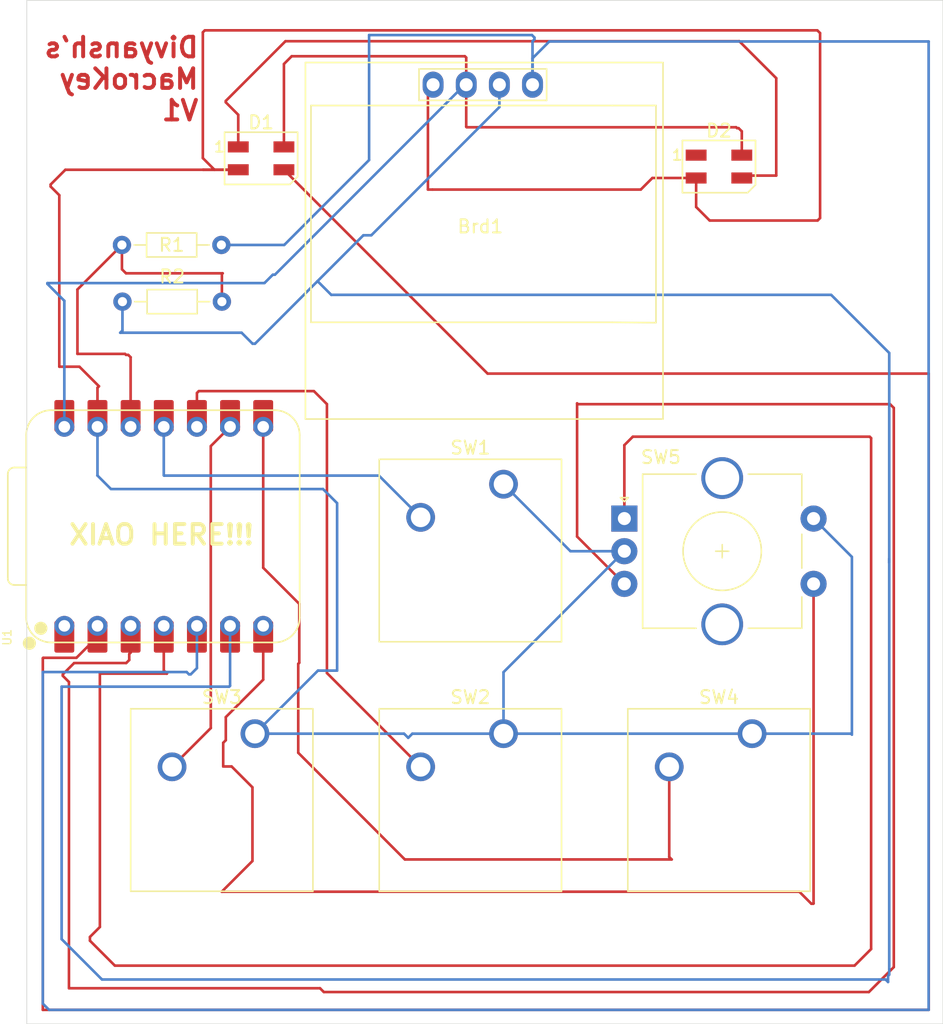
<source format=kicad_pcb>
(kicad_pcb (version 20240108) (generator "pcbnew") (generator_version "8.0")
  (layers (0 "F.Cu" signal) (31 "B.Cu" signal) (34 "B.Paste" user) (35 "F.Paste" user) (36 "B.SilkS" user "B.Silkscreen") (37 "F.SilkS" user "F.Silkscreen") (38 "B.Mask" user) (39 "F.Mask" user) (44 "Edge.Cuts" user))
  (net 0 "")
  (net 1 "Net-(Brd1-SDA)")
  (net 2 "GND")
  (net 3 "Net-(Brd1-SCL)")
  (net 4 "+5V")
  (net 5 "Net-(D1-DOUT)")
  (net 6 "Net-(D1-DIN)")
  (net 8 "+3.3V")
  (net 9 "Net-(U1-GPIO3{slash}MOSI)")
  (net 10 "Net-(U1-GPIO4{slash}MISO)")
  (net 11 "Net-(U1-GPIO2{slash}SCK)")
  (net 12 "Net-(U1-GPIO1{slash}RX)")
  (net 13 "Net-(U1-GPIO0{slash}TX)")
  (net 14 "Net-(U1-GPIO28{slash}ADC2{slash}A2)")
  (net 15 "Net-(U1-GPIO29{slash}ADC3{slash}A3)")
  (footprint "SSD1306:128x64OLED" (layer "F.Cu") (at 136.49375 48.7)
    (property "Reference" "Brd1" (at 0 0.254 0) (layer "F.SilkS"))
    (property "Value" "SSD1306")
    (fp_line (start -13.4 -12.3) (end 14 -12.3) (stroke (width 0.12)) (layer "F.SilkS"))
    (fp_line (start -13.4 15) (end -13.4 -12.3) (stroke (width 0.12)) (layer "F.SilkS"))
    (fp_line (start -12.978 -9.005) (end 10.122 -9.005) (stroke (width 0.12)) (layer "F.SilkS"))
    (fp_line (start -12.978 7.595) (end -12.978 -9.005) (stroke (width 0.12)) (layer "F.SilkS"))
    (fp_line (start -4.699 -11.811) (end -4.699 -9.398) (stroke (width 0.12)) (layer "F.SilkS"))
    (fp_line (start -4.699 -11.811) (end 5.08 -11.811) (stroke (width 0.12)) (layer "F.SilkS"))
    (fp_line (start 5.08 -11.811) (end 5.08 -9.398) (stroke (width 0.12)) (layer "F.SilkS"))
    (fp_line (start 5.08 -9.398) (end -4.699 -9.398) (stroke (width 0.12)) (layer "F.SilkS"))
    (fp_line (start 10.122 -9.005) (end 13.208 -9.005) (stroke (width 0.12)) (layer "F.SilkS"))
    (fp_line (start 10.122 7.595) (end -12.978 7.595) (stroke (width 0.12)) (layer "F.SilkS"))
    (fp_line (start 10.122 7.595) (end 13.462 7.62) (stroke (width 0.12)) (layer "F.SilkS"))
    (fp_line (start 13.462 -9.017) (end 13.208 -9.005) (stroke (width 0.12)) (layer "F.SilkS"))
    (fp_line (start 13.462 7.62) (end 13.462 -9.017) (stroke (width 0.12)) (layer "F.SilkS"))
    (fp_line (start 14 -12.3) (end 14 15) (stroke (width 0.12)) (layer "F.SilkS"))
    (fp_line (start 14 15) (end -13.4 15) (stroke (width 0.12)) (layer "F.SilkS"))
    (pad "1" thru_hole oval (at -3.62 -10.6 90) (size 2 1.6) (drill 1) (layers "*.Cu" "*.Mask") (net 2 "GND"))
    (pad "2" thru_hole oval (at -1.08 -10.6 90) (size 2 1.6) (drill 1) (layers "*.Cu" "*.Mask") (net 4 "+5V"))
    (pad "3" thru_hole oval (at 1.46 -10.6 90) (size 2 1.6) (drill 1) (layers "*.Cu" "*.Mask") (net 3 "Net-(Brd1-SCL)"))
    (pad "4" thru_hole oval (at 4 -10.6 90) (size 2 1.6) (drill 1) (layers "*.Cu" "*.Mask") (net 1 "Net-(Brd1-SDA)"))
  )
  (footprint "LED_SMD:LED_SK6812MINI_PLCC4_3.5x3.5mm_P1.75mm" (layer "F.Cu") (at 154.78125 44.36875)
    (property "Reference" "D2" (at 0 -2.75 0) (layer "F.SilkS"))
    (property "Value" "SK6812MINI")
    (fp_line (start -2.8 -2) (end -2.8 2) (stroke (width 0.12)) (layer "F.SilkS"))
    (fp_line (start -2.8 -2) (end 2.8 -2) (stroke (width 0.12)) (layer "F.SilkS"))
    (fp_line (start -2.8 2) (end 2.2 2) (stroke (width 0.12)) (layer "F.SilkS"))
    (fp_line (start 2.8 1.4) (end 2.2 2) (stroke (width 0.12)) (layer "F.SilkS"))
    (fp_line (start 2.8 1.4) (end 2.8 -2) (stroke (width 0.12)) (layer "F.SilkS"))
    (fp_text user "1" (at -3.2 -0.875 0) (layer "F.SilkS") (effects (font (size 0.8 0.8))))
    (pad "1" smd rect (at -1.75 -0.875) (size 1.6 0.85) (layers "F.Cu" "F.Paste" "F.Mask"))
    (pad "2" smd rect (at -1.75 0.875) (size 1.6 0.85) (layers "F.Cu" "F.Paste" "F.Mask") (net 2 "GND"))
    (pad "3" smd rect (at 1.75 0.875) (size 1.6 0.85) (layers "F.Cu" "F.Paste" "F.Mask") (net 5 "Net-(D1-DOUT)"))
    (pad "4" smd rect (at 1.75 -0.875) (size 1.6 0.85) (layers "F.Cu" "F.Paste" "F.Mask") (net 4 "+5V"))
  )
  (footprint "Resistor_THT:R_Axial_DIN0204_L3.6mm_D1.6mm_P7.62mm_Horizontal" (layer "F.Cu") (at 109.07 54.71)
    (property "Reference" "R2" (at 3.81 -1.92 0) (layer "F.SilkS"))
    (property "Value" "R")
    (fp_line (start 0.94 0) (end 1.89 0) (stroke (width 0.12)) (layer "F.SilkS"))
    (fp_line (start 1.89 -0.92) (end 1.89 0.92) (stroke (width 0.12)) (layer "F.SilkS"))
    (fp_line (start 1.89 0.92) (end 5.73 0.92) (stroke (width 0.12)) (layer "F.SilkS"))
    (fp_line (start 5.73 -0.92) (end 1.89 -0.92) (stroke (width 0.12)) (layer "F.SilkS"))
    (fp_line (start 5.73 0.92) (end 5.73 -0.92) (stroke (width 0.12)) (layer "F.SilkS"))
    (fp_line (start 6.68 0) (end 5.73 0) (stroke (width 0.12)) (layer "F.SilkS"))
    (pad "1" thru_hole circle (at 0 0) (size 1.4 1.4) (drill 0.7) (layers "*.Cu" "*.Mask") (net 3 "Net-(Brd1-SCL)"))
    (pad "2" thru_hole oval (at 7.62 0) (size 1.4 1.4) (drill 0.7) (layers "*.Cu" "*.Mask") (net 8 "+3.3V"))
  )
  (footprint "Button_Switch_Keyboard:SW_Cherry_MX_1.00u_PCB" (layer "F.Cu") (at 138.27125 68.68675)
    (property "Reference" "SW1" (at -2.54 -2.794 0) (layer "F.SilkS"))
    (property "Value" "SW_Push")
    (fp_line (start -9.525 -1.905) (end 4.445 -1.905) (stroke (width 0.12)) (layer "F.SilkS"))
    (fp_line (start -9.525 12.065) (end -9.525 -1.905) (stroke (width 0.12)) (layer "F.SilkS"))
    (fp_line (start 4.445 -1.905) (end 4.445 12.065) (stroke (width 0.12)) (layer "F.SilkS"))
    (fp_line (start 4.445 12.065) (end -9.525 12.065) (stroke (width 0.12)) (layer "F.SilkS"))
    (pad "" np_thru_hole circle (at -7.62 5.08) (size 1.7 1.7) (drill 1.7) (layers "*.Cu" "*.Mask"))
    (pad "" np_thru_hole circle (at -2.54 5.08) (size 4 4) (drill 4) (layers "*.Cu" "*.Mask"))
    (pad "" np_thru_hole circle (at 2.54 5.08) (size 1.7 1.7) (drill 1.7) (layers "*.Cu" "*.Mask"))
    (pad "1" thru_hole circle (at 0 0) (size 2.2 2.2) (drill 1.5) (layers "*.Cu" "*.Mask") (net 2 "GND"))
    (pad "2" thru_hole circle (at -6.35 2.54) (size 2.2 2.2) (drill 1.5) (layers "*.Cu" "*.Mask") (net 9 "Net-(U1-GPIO3{slash}MOSI)"))
  )
  (footprint "Button_Switch_Keyboard:SW_Cherry_MX_1.00u_PCB" (layer "F.Cu") (at 157.32125 87.78875)
    (property "Reference" "SW4" (at -2.54 -2.794 0) (layer "F.SilkS"))
    (property "Value" "SW_Push")
    (fp_line (start -9.525 -1.905) (end 4.445 -1.905) (stroke (width 0.12)) (layer "F.SilkS"))
    (fp_line (start -9.525 12.065) (end -9.525 -1.905) (stroke (width 0.12)) (layer "F.SilkS"))
    (fp_line (start 4.445 -1.905) (end 4.445 12.065) (stroke (width 0.12)) (layer "F.SilkS"))
    (fp_line (start 4.445 12.065) (end -9.525 12.065) (stroke (width 0.12)) (layer "F.SilkS"))
    (pad "" np_thru_hole circle (at -7.62 5.08) (size 1.7 1.7) (drill 1.7) (layers "*.Cu" "*.Mask"))
    (pad "" np_thru_hole circle (at -2.54 5.08) (size 4 4) (drill 4) (layers "*.Cu" "*.Mask"))
    (pad "" np_thru_hole circle (at 2.54 5.08) (size 1.7 1.7) (drill 1.7) (layers "*.Cu" "*.Mask"))
    (pad "1" thru_hole circle (at 0 0) (size 2.2 2.2) (drill 1.5) (layers "*.Cu" "*.Mask") (net 2 "GND"))
    (pad "2" thru_hole circle (at -6.35 2.54) (size 2.2 2.2) (drill 1.5) (layers "*.Cu" "*.Mask") (net 12 "Net-(U1-GPIO1{slash}RX)"))
  )
  (footprint "Resistor_THT:R_Axial_DIN0204_L3.6mm_D1.6mm_P7.62mm_Horizontal" (layer "F.Cu") (at 116.65 50.37 180)
    (property "Reference" "R1" (at 3.81 0 0) (layer "F.SilkS"))
    (property "Value" "R")
    (fp_line (start 6.68 0) (end 5.73 0) (stroke (width 0.12)) (layer "F.SilkS"))
    (fp_line (start 5.73 0.92) (end 5.73 -0.92) (stroke (width 0.12)) (layer "F.SilkS"))
    (fp_line (start 5.73 -0.92) (end 1.89 -0.92) (stroke (width 0.12)) (layer "F.SilkS"))
    (fp_line (start 1.89 0.92) (end 5.73 0.92) (stroke (width 0.12)) (layer "F.SilkS"))
    (fp_line (start 1.89 -0.92) (end 1.89 0.92) (stroke (width 0.12)) (layer "F.SilkS"))
    (fp_line (start 0.94 0) (end 1.89 0) (stroke (width 0.12)) (layer "F.SilkS"))
    (pad "1" thru_hole circle (at 0 0 180) (size 1.4 1.4) (drill 0.7) (layers "*.Cu" "*.Mask") (net 1 "Net-(Brd1-SDA)"))
    (pad "2" thru_hole oval (at 7.62 0 180) (size 1.4 1.4) (drill 0.7) (layers "*.Cu" "*.Mask") (net 8 "+3.3V"))
  )
  (footprint "OPL:XIAO-RP2040-DIP" (layer "F.Cu") (at 112.23625 71.91375 90)
    (property "Reference" "U1" (at -8.5 -12 90) (layer "F.SilkS") (effects (font (size 0.635 0.635) (thickness 0.1016))))
    (property "Value" "XIAO-RP2040-DIP")
    (fp_line (start -3.991272 -11.951) (end 4.004 -11.951) (stroke (width 0.127)) (layer "F.SilkS"))
    (fp_line (start 4.504 -11.451) (end 4.504 -10.541) (stroke (width 0.127)) (layer "F.SilkS"))
    (fp_line (start 6.985 -10.541) (end -6.985 -10.541) (stroke (width 0.1)) (layer "F.SilkS"))
    (fp_line (start 6.985 -10.541) (end -6.985 -10.541) (stroke (width 0.127)) (layer "F.SilkS"))
    (fp_line (start -4.495 -10.541) (end -4.491272 -11.451272) (stroke (width 0.127)) (layer "F.SilkS"))
    (fp_line (start 8.89 8.509) (end 8.89 -8.636) (stroke (width 0.127)) (layer "F.SilkS"))
    (fp_line (start -8.89 8.509) (end -8.89 -8.636) (stroke (width 0.127)) (layer "F.SilkS"))
    (fp_line (start -6.985 10.414) (end 6.985 10.414) (stroke (width 0.127)) (layer "F.SilkS"))
    (fp_arc (start 4.004 -11.951) (mid 4.357553 -11.804553) (end 4.504 -11.451) (stroke (width 0.127)) (layer "F.SilkS"))
    (fp_arc (start -4.491272 -11.451272) (mid -4.344724 -11.804644) (end -3.991272 -11.951) (stroke (width 0.127)) (layer "F.SilkS"))
    (fp_arc (start 6.985 -10.541) (mid 8.332038 -9.983038) (end 8.89 -8.636) (stroke (width 0.127)) (layer "F.SilkS"))
    (fp_arc (start -8.89 -8.636) (mid -8.332038 -9.983038) (end -6.985 -10.541) (stroke (width 0.127)) (layer "F.SilkS"))
    (fp_arc (start 8.89 8.509) (mid 8.332038 9.856038) (end 6.985 10.414) (stroke (width 0.127)) (layer "F.SilkS"))
    (fp_arc (start -6.985 10.414) (mid -8.332038 9.856038) (end -8.89 8.509) (stroke (width 0.127)) (layer "F.SilkS"))
    (fp_circle (center -8.95 -10.3) (end -8.95 -10.554) (stroke (width 0.5)) (fill solid) (layer "F.SilkS"))
    (fp_circle (center -7.807 -9.42) (end -7.807 -9.674) (stroke (width 0.5)) (fill solid) (layer "F.SilkS"))
    (pad "1" smd roundrect (at -8.455 -7.62 270) (size 2.432 1.524) (layers "F.Cu" "F.Mask") (roundrect_rratio 0.1))
    (pad "1" thru_hole circle (at -7.62 -7.62 270) (size 1.524 1.524) (drill 0.889) (layers "*.Cu" "*.Mask"))
    (pad "2" smd roundrect (at -8.455 -5.08 270) (size 2.432 1.524) (layers "F.Cu" "F.Mask") (roundrect_rratio 0.1) (net 6 "Net-(D1-DIN)"))
    (pad "2" thru_hole circle (at -7.62 -5.08 270) (size 1.524 1.524) (drill 0.889) (layers "*.Cu" "*.Mask") (net 6 "Net-(D1-DIN)"))
    (pad "3" smd roundrect (at -8.455 -2.54 270) (size 2.432 1.524) (layers "F.Cu" "F.Mask") (roundrect_rratio 0.1) (net 14 "Net-(U1-GPIO28{slash}ADC2{slash}A2)"))
    (pad "3" thru_hole circle (at -7.62 -2.54 270) (size 1.524 1.524) (drill 0.889) (layers "*.Cu" "*.Mask") (net 14 "Net-(U1-GPIO28{slash}ADC2{slash}A2)"))
    (pad "4" smd roundrect (at -8.455 0 270) (size 2.432 1.524) (layers "F.Cu" "F.Mask") (roundrect_rratio 0.1) (net 15 "Net-(U1-GPIO29{slash}ADC3{slash}A3)"))
    (pad "4" thru_hole circle (at -7.62 0 270) (size 1.524 1.524) (drill 0.889) (layers "*.Cu" "*.Mask") (net 15 "Net-(U1-GPIO29{slash}ADC3{slash}A3)"))
    (pad "5" smd roundrect (at -8.455 2.54 270) (size 2.432 1.524) (layers "F.Cu" "F.Mask") (roundrect_rratio 0.1) (net 1 "Net-(Brd1-SDA)"))
    (pad "5" thru_hole circle (at -7.62 2.54 270) (size 1.524 1.524) (drill 0.889) (layers "*.Cu" "*.Mask") (net 1 "Net-(Brd1-SDA)"))
    (pad "6" smd roundrect (at -8.455 5.08 270) (size 2.432 1.524) (layers "F.Cu" "F.Mask") (roundrect_rratio 0.1) (net 3 "Net-(Brd1-SCL)"))
    (pad "6" thru_hole circle (at -7.62 5.08 270) (size 1.524 1.524) (drill 0.889) (layers "*.Cu" "*.Mask") (net 3 "Net-(Brd1-SCL)"))
    (pad "7" smd roundrect (at -8.455 7.62 270) (size 2.432 1.524) (layers "F.Cu" "F.Mask") (roundrect_rratio 0.1) (net 13 "Net-(U1-GPIO0{slash}TX)"))
    (pad "7" thru_hole circle (at -7.62 7.62 270) (size 1.524 1.524) (drill 0.889) (layers "*.Cu" "*.Mask") (net 13 "Net-(U1-GPIO0{slash}TX)"))
    (pad "8" thru_hole circle (at 7.62 7.62 90) (size 1.524 1.524) (drill 0.889) (layers "*.Cu" "*.Mask") (net 12 "Net-(U1-GPIO1{slash}RX)"))
    (pad "8" smd roundrect (at 8.455 7.62 90) (size 2.432 1.524) (layers "F.Cu" "F.Mask") (roundrect_rratio 0.1) (net 12 "Net-(U1-GPIO1{slash}RX)"))
    (pad "9" thru_hole circle (at 7.62 5.08 90) (size 1.524 1.524) (drill 0.889) (layers "*.Cu" "*.Mask") (net 11 "Net-(U1-GPIO2{slash}SCK)"))
    (pad "9" smd roundrect (at 8.455 5.08 90) (size 2.432 1.524) (layers "F.Cu" "F.Mask") (roundrect_rratio 0.1) (net 11 "Net-(U1-GPIO2{slash}SCK)"))
    (pad "10" thru_hole circle (at 7.62 2.54 90) (size 1.524 1.524) (drill 0.889) (layers "*.Cu" "*.Mask") (net 10 "Net-(U1-GPIO4{slash}MISO)"))
    (pad "10" smd roundrect (at 8.455 2.54 90) (size 2.432 1.524) (layers "F.Cu" "F.Mask") (roundrect_rratio 0.1) (net 10 "Net-(U1-GPIO4{slash}MISO)"))
    (pad "11" thru_hole circle (at 7.62 0 90) (size 1.524 1.524) (drill 0.889) (layers "*.Cu" "*.Mask") (net 9 "Net-(U1-GPIO3{slash}MOSI)"))
    (pad "11" smd roundrect (at 8.455 0 90) (size 2.432 1.524) (layers "F.Cu" "F.Mask") (roundrect_rratio 0.1) (net 9 "Net-(U1-GPIO3{slash}MOSI)"))
    (pad "12" thru_hole circle (at 7.62 -2.54 90) (size 1.524 1.524) (drill 0.889) (layers "*.Cu" "*.Mask") (net 8 "+3.3V"))
    (pad "12" smd roundrect (at 8.455 -2.54 90) (size 2.432 1.524) (layers "F.Cu" "F.Mask") (roundrect_rratio 0.1) (net 8 "+3.3V"))
    (pad "13" thru_hole circle (at 7.62 -5.08 90) (size 1.524 1.524) (drill 0.889) (layers "*.Cu" "*.Mask") (net 2 "GND"))
    (pad "13" smd roundrect (at 8.455 -5.08 90) (size 2.432 1.524) (layers "F.Cu" "F.Mask") (roundrect_rratio 0.1) (net 2 "GND"))
    (pad "14" thru_hole circle (at 7.62 -7.62 90) (size 1.524 1.524) (drill 0.889) (layers "*.Cu" "*.Mask") (net 4 "+5V"))
    (pad "14" smd roundrect (at 8.455 -7.62 90) (size 2.432 1.524) (layers "F.Cu" "F.Mask") (roundrect_rratio 0.1) (net 4 "+5V"))
  )
  (footprint "Button_Switch_Keyboard:SW_Cherry_MX_1.00u_PCB" (layer "F.Cu") (at 119.22125 87.78875)
    (property "Reference" "SW3" (at -2.54 -2.794 0) (layer "F.SilkS"))
    (property "Value" "SW_Push")
    (fp_line (start -9.525 -1.905) (end 4.445 -1.905) (stroke (width 0.12)) (layer "F.SilkS"))
    (fp_line (start -9.525 12.065) (end -9.525 -1.905) (stroke (width 0.12)) (layer "F.SilkS"))
    (fp_line (start 4.445 -1.905) (end 4.445 12.065) (stroke (width 0.12)) (layer "F.SilkS"))
    (fp_line (start 4.445 12.065) (end -9.525 12.065) (stroke (width 0.12)) (layer "F.SilkS"))
    (pad "" np_thru_hole circle (at -7.62 5.08) (size 1.7 1.7) (drill 1.7) (layers "*.Cu" "*.Mask"))
    (pad "" np_thru_hole circle (at -2.54 5.08) (size 4 4) (drill 4) (layers "*.Cu" "*.Mask"))
    (pad "" np_thru_hole circle (at 2.54 5.08) (size 1.7 1.7) (drill 1.7) (layers "*.Cu" "*.Mask"))
    (pad "1" thru_hole circle (at 0 0) (size 2.2 2.2) (drill 1.5) (layers "*.Cu" "*.Mask") (net 2 "GND"))
    (pad "2" thru_hole circle (at -6.35 2.54) (size 2.2 2.2) (drill 1.5) (layers "*.Cu" "*.Mask") (net 11 "Net-(U1-GPIO2{slash}SCK)"))
  )
  (footprint "Button_Switch_Keyboard:SW_Cherry_MX_1.00u_PCB" (layer "F.Cu") (at 138.27125 87.78875)
    (property "Reference" "SW2" (at -2.54 -2.794 0) (layer "F.SilkS"))
    (property "Value" "SW_Push")
    (fp_line (start -9.525 -1.905) (end 4.445 -1.905) (stroke (width 0.12)) (layer "F.SilkS"))
    (fp_line (start -9.525 12.065) (end -9.525 -1.905) (stroke (width 0.12)) (layer "F.SilkS"))
    (fp_line (start 4.445 -1.905) (end 4.445 12.065) (stroke (width 0.12)) (layer "F.SilkS"))
    (fp_line (start 4.445 12.065) (end -9.525 12.065) (stroke (width 0.12)) (layer "F.SilkS"))
    (pad "" np_thru_hole circle (at -7.62 5.08) (size 1.7 1.7) (drill 1.7) (layers "*.Cu" "*.Mask"))
    (pad "" np_thru_hole circle (at -2.54 5.08) (size 4 4) (drill 4) (layers "*.Cu" "*.Mask"))
    (pad "" np_thru_hole circle (at 2.54 5.08) (size 1.7 1.7) (drill 1.7) (layers "*.Cu" "*.Mask"))
    (pad "1" thru_hole circle (at 0 0) (size 2.2 2.2) (drill 1.5) (layers "*.Cu" "*.Mask") (net 2 "GND"))
    (pad "2" thru_hole circle (at -6.35 2.54) (size 2.2 2.2) (drill 1.5) (layers "*.Cu" "*.Mask") (net 10 "Net-(U1-GPIO4{slash}MISO)"))
  )
  (footprint "Rotary_Encoder:RotaryEncoder_Alps_EC11E-Switch_Vertical_H20mm_CircularMountingHoles" (layer "F.Cu") (at 147.53125 71.31875)
    (property "Reference" "SW5" (at 2.8 -4.7 0) (layer "F.SilkS"))
    (property "Value" "RotaryEncoder_Switch")
    (fp_line (start -0.3 -1.6) (end 0.3 -1.6) (stroke (width 0.12)) (layer "F.SilkS"))
    (fp_line (start 0 -1.3) (end -0.3 -1.6) (stroke (width 0.12)) (layer "F.SilkS"))
    (fp_line (start 0.3 -1.6) (end 0 -1.3) (stroke (width 0.12)) (layer "F.SilkS"))
    (fp_line (start 1.4 -3.4) (end 1.4 8.4) (stroke (width 0.12)) (layer "F.SilkS"))
    (fp_line (start 5.5 -3.4) (end 1.4 -3.4) (stroke (width 0.12)) (layer "F.SilkS"))
    (fp_line (start 5.5 8.4) (end 1.4 8.4) (stroke (width 0.12)) (layer "F.SilkS"))
    (fp_line (start 7 2.5) (end 8 2.5) (stroke (width 0.12)) (layer "F.SilkS"))
    (fp_line (start 7.5 2) (end 7.5 3) (stroke (width 0.12)) (layer "F.SilkS"))
    (fp_line (start 9.5 -3.4) (end 13.6 -3.4) (stroke (width 0.12)) (layer "F.SilkS"))
    (fp_line (start 13.6 -3.4) (end 13.6 -1) (stroke (width 0.12)) (layer "F.SilkS"))
    (fp_line (start 13.6 1.2) (end 13.6 3.8) (stroke (width 0.12)) (layer "F.SilkS"))
    (fp_line (start 13.6 6) (end 13.6 8.4) (stroke (width 0.12)) (layer "F.SilkS"))
    (fp_line (start 13.6 8.4) (end 9.5 8.4) (stroke (width 0.12)) (layer "F.SilkS"))
    (fp_circle (center 7.5 2.5) (end 10.5 2.5) (stroke (width 0.12)) (fill none) (layer "F.SilkS"))
    (pad "A" thru_hole rect (at 0 0) (size 2 2) (drill 1) (layers "*.Cu" "*.Mask") (net 15 "Net-(U1-GPIO29{slash}ADC3{slash}A3)"))
    (pad "B" thru_hole circle (at 0 5) (size 2 2) (drill 1) (layers "*.Cu" "*.Mask") (net 14 "Net-(U1-GPIO28{slash}ADC2{slash}A2)"))
    (pad "C" thru_hole circle (at 0 2.5) (size 2 2) (drill 1) (layers "*.Cu" "*.Mask") (net 2 "GND"))
    (pad "MP" thru_hole circle (at 7.5 -3.1) (size 3.2 3.2) (drill 2.6) (layers "*.Cu" "*.Mask"))
    (pad "MP" thru_hole circle (at 7.5 8.1) (size 3.2 3.2) (drill 2.6) (layers "*.Cu" "*.Mask"))
    (pad "S1" thru_hole circle (at 14.5 5) (size 2 2) (drill 1) (layers "*.Cu" "*.Mask") (net 13 "Net-(U1-GPIO0{slash}TX)"))
    (pad "S2" thru_hole circle (at 14.5 0) (size 2 2) (drill 1) (layers "*.Cu" "*.Mask") (net 2 "GND"))
  )
  (footprint "LED_SMD:LED_SK6812MINI_PLCC4_3.5x3.5mm_P1.75mm" (layer "F.Cu") (at 119.69375 43.7375)
    (property "Reference" "D1" (at 0 -2.75 0) (layer "F.SilkS"))
    (property "Value" "SK6812MINI")
    (fp_line (start -2.8 -2) (end -2.8 2) (stroke (width 0.12)) (layer "F.SilkS"))
    (fp_line (start -2.8 -2) (end 2.8 -2) (stroke (width 0.12)) (layer "F.SilkS"))
    (fp_line (start -2.8 2) (end 2.2 2) (stroke (width 0.12)) (layer "F.SilkS"))
    (fp_line (start 2.8 1.4) (end 2.2 2) (stroke (width 0.12)) (layer "F.SilkS"))
    (fp_line (start 2.8 1.4) (end 2.8 -2) (stroke (width 0.12)) (layer "F.SilkS"))
    (fp_text user "1" (at -3.2 -0.875 0) (layer "F.SilkS") (effects (font (size 0.8 0.8))))
    (pad "1" smd rect (at -1.75 -0.875) (size 1.6 0.85) (layers "F.Cu" "F.Paste" "F.Mask") (net 5 "Net-(D1-DOUT)"))
    (pad "2" smd rect (at -1.75 0.875) (size 1.6 0.85) (layers "F.Cu" "F.Paste" "F.Mask") (net 2 "GND"))
    (pad "3" smd rect (at 1.75 0.875) (size 1.6 0.85) (layers "F.Cu" "F.Paste" "F.Mask") (net 6 "Net-(D1-DIN)"))
    (pad "4" smd rect (at 1.75 -0.875) (size 1.6 0.85) (layers "F.Cu" "F.Paste" "F.Mask") (net 4 "+5V"))
  )
  (gr_rect (start 101.74 31.64) (end 171.94 110.01) (stroke (width 0.05)) (fill none) (layer "Edge.Cuts"))
  (gr_text "Divyansh's\nMacroKey\nV1" (at 115.04 40.96 0) (layer "F.Cu") (effects (font (size 1.5 1.5) (thickness 0.3) (bold yes)) (justify left bottom mirror)))
  (gr_text "XIAO HERE!!!" (at 104.83 73.44 0) (layer "F.SilkS") (effects (font (size 1.5 1.5) (thickness 0.3) (bold yes)) (justify left bottom)))
  (segment (start 114.3 83.25) (end 114.17 83.25) (width 0.2) (layer "B.Cu") (net 1))
  (segment (start 113.99 83.07) (end 102.96835 83.07) (width 0.2) (layer "B.Cu") (net 1))
  (segment (start 103.4475 108.9375) (end 170.85 108.9375) (width 0.2) (layer "B.Cu") (net 1))
  (segment (start 140.64 34.63) (end 140.49375 34.77625) (width 0.2) (layer "B.Cu") (net 1))
  (segment (start 140.49375 36.07625) (end 140.49375 38.1) (width 0.2) (layer "B.Cu") (net 1))
  (segment (start 140.45 34.3) (end 140.64 34.49) (width 0.2) (layer "B.Cu") (net 1))
  (segment (start 127.97 34.3) (end 140.45 34.3) (width 0.2) (layer "B.Cu") (net 1))
  (segment (start 114.77625 79.53375) (end 114.77625 82.77375) (width 0.2) (layer "B.Cu") (net 1))
  (segment (start 102.96835 108.45835) (end 103.4475 108.9375) (width 0.2) (layer "B.Cu") (net 1))
  (segment (start 121.47 50.37) (end 127.97 43.87) (width 0.2) (layer "B.Cu") (net 1))
  (segment (start 114.17 83.25) (end 113.99 83.07) (width 0.2) (layer "B.Cu") (net 1))
  (segment (start 127.97 43.87) (end 127.97 34.3) (width 0.2) (layer "B.Cu") (net 1))
  (segment (start 116.65 50.37) (end 121.47 50.37) (width 0.2) (layer "B.Cu") (net 1))
  (segment (start 140.49375 34.77625) (end 140.49375 38.1) (width 0.2) (layer "B.Cu") (net 1))
  (segment (start 170.85 34.79) (end 141.78 34.79) (width 0.2) (layer "B.Cu") (net 1))
  (segment (start 114.77625 82.77375) (end 114.3 83.25) (width 0.2) (layer "B.Cu") (net 1))
  (segment (start 140.64 34.49) (end 140.64 34.63) (width 0.2) (layer "B.Cu") (net 1))
  (segment (start 141.78 34.79) (end 140.49375 36.07625) (width 0.2) (layer "B.Cu") (net 1))
  (segment (start 102.96835 83.07) (end 102.96835 108.45835) (width 0.2) (layer "B.Cu") (net 1))
  (segment (start 170.85 108.9375) (end 170.85 34.79) (width 0.2) (layer "B.Cu") (net 1))
  (segment (start 107.27 61.19) (end 107.15625 61.30375) (width 0.2) (layer "F.Cu") (net 2))
  (segment (start 154.07 48.5) (end 162.34 48.5) (width 0.2) (layer "F.Cu") (net 2))
  (segment (start 116.1225 44.6125) (end 117.94375 44.6125) (width 0.2) (layer "F.Cu") (net 2))
  (segment (start 132.48 38.49375) (end 132.87375 38.1) (width 0.2) (layer "F.Cu") (net 2))
  (segment (start 162.3175 33.9375) (end 115.3825 33.9375) (width 0.2) (layer "F.Cu") (net 2))
  (segment (start 148.79 46.13) (end 132.83 46.13) (width 0.2) (layer "F.Cu") (net 2))
  (segment (start 103.57 45.74) (end 103.57 45.9) (width 0.2) (layer "F.Cu") (net 2))
  (segment (start 115.25 44.6125) (end 116.1225 44.6125) (width 0.2) (layer "F.Cu") (net 2))
  (segment (start 149.67625 45.24375) (end 148.79 46.13) (width 0.2) (layer "F.Cu") (net 2))
  (segment (start 153.03125 47.46125) (end 154.07 48.5) (width 0.2) (layer "F.Cu") (net 2))
  (segment (start 162.53 34.15) (end 162.3175 33.9375) (width 0.2) (layer "F.Cu") (net 2))
  (segment (start 162.34 48.5) (end 162.53 48.31) (width 0.2) (layer "F.Cu") (net 2))
  (segment (start 153.03125 45.24375) (end 149.67625 45.24375) (width 0.2) (layer "F.Cu") (net 2))
  (segment (start 115.3825 33.9375) (end 115.23 34.09) (width 0.2) (layer "F.Cu") (net 2))
  (segment (start 103.57 45.9) (end 104.23 46.56) (width 0.2) (layer "F.Cu") (net 2))
  (segment (start 153.03125 45.24375) (end 153.03125 47.46125) (width 0.2) (layer "F.Cu") (net 2))
  (segment (start 115.23 34.09) (end 115.23 43.72) (width 0.2) (layer "F.Cu") (net 2))
  (segment (start 162.53 48.31) (end 162.53 34.15) (width 0.2) (layer "F.Cu") (net 2))
  (segment (start 132.48 46.13) (end 132.48 38.49375) (width 0.2) (layer "F.Cu") (net 2))
  (segment (start 104.23 46.56) (end 104.23 59.69) (width 0.2) (layer "F.Cu") (net 2))
  (segment (start 117.94375 44.6125) (end 115.25 44.6125) (width 0.2) (layer "F.Cu") (net 2))
  (segment (start 107.15625 61.30375) (end 107.15625 64.29375) (width 0.2) (layer "F.Cu") (net 2))
  (segment (start 105.77 59.69) (end 107.27 61.19) (width 0.2) (layer "F.Cu") (net 2))
  (segment (start 115.23 43.72) (end 116.1225 44.6125) (width 0.2) (layer "F.Cu") (net 2))
  (segment (start 104.6975 44.6125) (end 103.57 45.74) (width 0.2) (layer "F.Cu") (net 2))
  (segment (start 115.25 44.6125) (end 104.6975 44.6125) (width 0.2) (layer "F.Cu") (net 2))
  (segment (start 104.23 59.69) (end 105.77 59.69) (width 0.2) (layer "F.Cu") (net 2))
  (segment (start 132.83 46.13) (end 132.48 46.13) (width 0.2) (layer "F.Cu") (net 2))
  (segment (start 130.65125 87.78875) (end 119.22125 87.78875) (width 0.2) (layer "B.Cu") (net 2))
  (segment (start 130.96875 88.10625) (end 130.65125 87.78875) (width 0.2) (layer "B.Cu") (net 2))
  (segment (start 138.27125 87.78875) (end 131.28625 87.78875) (width 0.2) (layer "B.Cu") (net 2))
  (segment (start 164.97 87.86) (end 164.89875 87.78875) (width 0.2) (layer "B.Cu") (net 2))
  (segment (start 107.15625 68.01375) (end 107.15625 64.29375) (width 0.2) (layer "B.Cu") (net 2))
  (segment (start 131.28625 87.78875) (end 130.96875 88.10625) (width 0.2) (layer "B.Cu") (net 2))
  (segment (start 119.22125 87.78875) (end 124.05 82.96) (width 0.2) (layer "B.Cu") (net 2))
  (segment (start 108.19 69.06) (end 107.15 68.02) (width 0.2) (layer "B.Cu") (net 2))
  (segment (start 107.15 68.02) (end 107.15625 68.01375) (width 0.2) (layer "B.Cu") (net 2))
  (segment (start 157.32125 87.78875) (end 138.27125 87.78875) (width 0.2) (layer "B.Cu") (net 2))
  (segment (start 143.40325 73.81875) (end 138.27125 68.68675) (width 0.2) (layer "B.Cu") (net 2))
  (segment (start 124.05 82.96) (end 125.52 82.96) (width 0.2) (layer "B.Cu") (net 2))
  (segment (start 138.27125 87.78875) (end 138.27125 83.07875) (width 0.2) (layer "B.Cu") (net 2))
  (segment (start 138.27125 83.07875) (end 147.53125 73.81875) (width 0.2) (layer "B.Cu") (net 2))
  (segment (start 162.03125 71.31875) (end 164.97 74.2575) (width 0.2) (layer "B.Cu") (net 2))
  (segment (start 124.44 69.06) (end 108.19 69.06) (width 0.2) (layer "B.Cu") (net 2))
  (segment (start 164.89875 87.78875) (end 157.32125 87.78875) (width 0.2) (layer "B.Cu") (net 2))
  (segment (start 125.52 82.96) (end 125.52 70.14) (width 0.2) (layer "B.Cu") (net 2))
  (segment (start 147.53125 73.81875) (end 143.40325 73.81875) (width 0.2) (layer "B.Cu") (net 2))
  (segment (start 125.52 70.14) (end 124.44 69.06) (width 0.2) (layer "B.Cu") (net 2))
  (segment (start 164.97 74.2575) (end 164.97 87.86) (width 0.2) (layer "B.Cu") (net 2))
  (segment (start 104.41 103.52) (end 107.5 106.61) (width 0.2) (layer "B.Cu") (net 3))
  (segment (start 107.5 106.61) (end 167.55 106.61) (width 0.2) (layer "B.Cu") (net 3))
  (segment (start 124.02 53.14) (end 119.23 57.93) (width 0.2) (layer "B.Cu") (net 3))
  (segment (start 108.9 57.09) (end 109.07 56.92) (width 0.2) (layer "B.Cu") (net 3))
  (segment (start 167.83 74.53) (end 167.83 74.38) (width 0.2) (layer "B.Cu") (net 3))
  (segment (start 127.53 49.63) (end 124.02 53.14) (width 0.2) (layer "B.Cu") (net 3))
  (segment (start 118.2 57.09) (end 108.9 57.09) (width 0.2) (layer "B.Cu") (net 3))
  (segment (start 167.83 74.68) (end 167.83 74.53) (width 0.2) (layer "B.Cu") (net 3))
  (segment (start 125.07 54.19) (end 124.02 53.14) (width 0.2) (layer "B.Cu") (net 3))
  (segment (start 104.41 84.19) (end 104.41 103.52) (width 0.2) (layer "B.Cu") (net 3))
  (segment (start 119.04 57.93) (end 118.2 57.09) (width 0.2) (layer "B.Cu") (net 3))
  (segment (start 167.74 106.8) (end 167.74 106.33) (width 0.2) (layer "B.Cu") (net 3))
  (segment (start 163.38 54.19) (end 125.07 54.19) (width 0.2) (layer "B.Cu") (net 3))
  (segment (start 117.31625 79.53375) (end 117.31625 84.12375) (width 0.2) (layer "B.Cu") (net 3))
  (segment (start 167.83 74.68) (end 167.83 58.64) (width 0.2) (layer "B.Cu") (net 3))
  (segment (start 167.55 106.61) (end 167.74 106.8) (width 0.2) (layer "B.Cu") (net 3))
  (segment (start 128.14 49.63) (end 127.53 49.63) (width 0.2) (layer "B.Cu") (net 3))
  (segment (start 137.95375 38.1) (end 137.95375 39.81625) (width 0.2) (layer "B.Cu") (net 3))
  (segment (start 167.83 58.64) (end 163.38 54.19) (width 0.2) (layer "B.Cu") (net 3))
  (segment (start 109.07 56.92) (end 109.07 54.71) (width 0.2) (layer "B.Cu") (net 3))
  (segment (start 167.74 106.33) (end 167.83 106.24) (width 0.2) (layer "B.Cu") (net 3))
  (segment (start 117.25 84.19) (end 104.41 84.19) (width 0.2) (layer "B.Cu") (net 3))
  (segment (start 167.83 106.24) (end 167.83 74.68) (width 0.2) (layer "B.Cu") (net 3))
  (segment (start 119.23 57.93) (end 119.04 57.93) (width 0.2) (layer "B.Cu") (net 3))
  (segment (start 137.95375 39.81625) (end 128.14 49.63) (width 0.2) (layer "B.Cu") (net 3))
  (segment (start 117.31625 84.12375) (end 117.25 84.19) (width 0.2) (layer "B.Cu") (net 3))
  (segment (start 156.17 41.43) (end 156.1 41.36) (width 0.2) (layer "F.Cu") (net 4))
  (segment (start 135.41375 36.02375) (end 135.41375 38.1) (width 0.2) (layer "F.Cu") (net 4))
  (segment (start 156.29 41.43) (end 156.17 41.43) (width 0.2) (layer "F.Cu") (net 4))
  (segment (start 135.45 41.36) (end 135.41375 41.32375) (width 0.2) (layer "F.Cu") (net 4))
  (segment (start 135.31 35.92) (end 135.41375 36.02375) (width 0.2) (layer "F.Cu") (net 4))
  (segment (start 121.44375 42.8625) (end 121.44375 36.51625) (width 0.2) (layer "F.Cu") (net 4))
  (segment (start 121.44375 36.51625) (end 122.04 35.92) (width 0.2) (layer "F.Cu") (net 4))
  (segment (start 156.53125 43.49375) (end 156.53125 41.67125) (width 0.2) (layer "F.Cu") (net 4))
  (segment (start 135.41375 41.32375) (end 135.41375 38.1) (width 0.2) (layer "F.Cu") (net 4))
  (segment (start 156.1 41.36) (end 135.45 41.36) (width 0.2) (layer "F.Cu") (net 4))
  (segment (start 156.53125 41.67125) (end 156.29 41.43) (width 0.2) (layer "F.Cu") (net 4))
  (segment (start 122.04 35.92) (end 135.31 35.92) (width 0.2) (layer "F.Cu") (net 4))
  (segment (start 104.61625 54.64625) (end 104.61625 64.29375) (width 0.2) (layer "B.Cu") (net 4))
  (segment (start 120.59 52.65) (end 119.95 53.29) (width 0.2) (layer "B.Cu") (net 4))
  (segment (start 135.41375 38.1) (end 135.3 38.1) (width 0.2) (layer "B.Cu") (net 4))
  (segment (start 103.32 53.29) (end 103.32 53.35) (width 0.2) (layer "B.Cu") (net 4))
  (segment (start 119.95 53.29) (end 103.32 53.29) (width 0.2) (layer "B.Cu") (net 4))
  (segment (start 135.3 38.1) (end 120.75 52.65) (width 0.2) (layer "B.Cu") (net 4))
  (segment (start 120.75 52.65) (end 120.59 52.65) (width 0.2) (layer "B.Cu") (net 4))
  (segment (start 103.32 53.35) (end 104.61625 54.64625) (width 0.2) (layer "B.Cu") (net 4))
  (segment (start 116.99 39.45) (end 117.94375 40.40375) (width 0.2) (layer "F.Cu") (net 5))
  (segment (start 121.56 34.77) (end 116.99 39.34) (width 0.2) (layer "F.Cu") (net 5))
  (segment (start 116.99 39.34) (end 116.99 39.45) (width 0.2) (layer "F.Cu") (net 5))
  (segment (start 156.34 34.77) (end 121.56 34.77) (width 0.2) (layer "F.Cu") (net 5))
  (segment (start 156.90625 45.24375) (end 157.09 45.06) (width 0.2) (layer "F.Cu") (net 5))
  (segment (start 157.09 45.06) (end 159.17 45.06) (width 0.2) (layer "F.Cu") (net 5))
  (segment (start 156.53125 45.24375) (end 156.90625 45.24375) (width 0.2) (layer "F.Cu") (net 5))
  (segment (start 159.17 37.6) (end 156.34 34.77) (width 0.2) (layer "F.Cu") (net 5))
  (segment (start 117.94375 40.40375) (end 117.94375 42.8625) (width 0.2) (layer "F.Cu") (net 5))
  (segment (start 159.17 45.06) (end 159.17 37.6) (width 0.2) (layer "F.Cu") (net 5))
  (segment (start 105.545 81.98) (end 107.15625 80.36875) (width 0.2) (layer "F.Cu") (net 6))
  (segment (start 102.96835 82.01) (end 102.99835 81.98) (width 0.2) (layer "F.Cu") (net 6))
  (segment (start 121.44375 44.6125) (end 137.05125 60.22) (width 0.2) (layer "F.Cu") (net 6))
  (segment (start 102.99835 81.98) (end 105.545 81.98) (width 0.2) (layer "F.Cu") (net 6))
  (segment (start 102.96835 108.9375) (end 102.96835 82.01) (width 0.2) (layer "F.Cu") (net 6))
  (segment (start 170.85 60.22) (end 170.85 108.9375) (width 0.2) (layer "F.Cu") (net 6))
  (segment (start 170.85 108.9375) (end 102.96835 108.9375) (width 0.2) (layer "F.Cu") (net 6))
  (segment (start 137.05125 60.22) (end 170.85 60.22) (width 0.2) (layer "F.Cu") (net 6))
  (segment (start 109.03 52.23) (end 109.34 52.54) (width 0.2) (layer "F.Cu") (net 8))
  (segment (start 116.75 52.54) (end 116.69 52.6) (width 0.2) (layer "F.Cu") (net 8))
  (segment (start 116.74 54.71) (end 116.78 54.71) (width 0.2) (layer "F.Cu") (net 8))
  (segment (start 105.62 58.71) (end 105.62 53.78) (width 0.2) (layer "F.Cu") (net 8))
  (segment (start 116.69 52.6) (end 116.69 54.71) (width 0.2) (layer "F.Cu") (net 8))
  (segment (start 109.52 58.79) (end 109.35 58.79) (width 0.2) (layer "F.Cu") (net 8))
  (segment (start 109.34 52.54) (end 116.75 52.54) (width 0.2) (layer "F.Cu") (net 8))
  (segment (start 105.62 53.78) (end 109.03 50.37) (width 0.2) (layer "F.Cu") (net 8))
  (segment (start 109.69625 64.29375) (end 109.69625 58.96625) (width 0.2) (layer "F.Cu") (net 8))
  (segment (start 109.69625 58.96625) (end 109.52 58.79) (width 0.2) (layer "F.Cu") (net 8))
  (segment (start 109.35 58.79) (end 109.27 58.71) (width 0.2) (layer "F.Cu") (net 8))
  (segment (start 109.06125 63.65875) (end 109.69625 64.29375) (width 0.2) (layer "F.Cu") (net 8))
  (segment (start 109.27 58.71) (end 105.62 58.71) (width 0.2) (layer "F.Cu") (net 8))
  (segment (start 109.03 50.37) (end 109.03 52.23) (width 0.2) (layer "F.Cu") (net 8))
  (segment (start 112.26 68.03) (end 128.7245 68.03) (width 0.2) (layer "B.Cu") (net 9))
  (segment (start 128.7245 68.03) (end 131.92125 71.22675) (width 0.2) (layer "B.Cu") (net 9))
  (segment (start 112.23625 68.00625) (end 112.26 68.03) (width 0.2) (layer "B.Cu") (net 9))
  (segment (start 112.23625 64.29375) (end 112.23625 68.00625) (width 0.2) (layer "B.Cu") (net 9))
  (segment (start 114.92 61.56) (end 123.74 61.56) (width 0.2) (layer "F.Cu") (net 10))
  (segment (start 114.77625 61.70375) (end 114.92 61.56) (width 0.2) (layer "F.Cu") (net 10))
  (segment (start 114.77625 64.29375) (end 114.77625 61.70375) (width 0.2) (layer "F.Cu") (net 10))
  (segment (start 123.74 61.56) (end 124.74 62.56) (width 0.2) (layer "F.Cu") (net 10))
  (segment (start 124.74 83.1475) (end 131.92125 90.32875) (width 0.2) (layer "F.Cu") (net 10))
  (segment (start 124.74 62.56) (end 124.74 83.1475) (width 0.2) (layer "F.Cu") (net 10))
  (segment (start 115.83825 65.77175) (end 115.83825 87.36175) (width 0.2) (layer "F.Cu") (net 11))
  (segment (start 115.83825 87.36175) (end 112.87125 90.32875) (width 0.2) (layer "F.Cu") (net 11))
  (segment (start 117.31625 64.29375) (end 115.83825 65.77175) (width 0.2) (layer "F.Cu") (net 11))
  (segment (start 122.54 82.44) (end 122.54 89.25) (width 0.2) (layer "F.Cu") (net 12))
  (segment (start 122.62 77.85) (end 122.62 82.36) (width 0.2) (layer "F.Cu") (net 12))
  (segment (start 122.62 82.36) (end 122.54 82.44) (width 0.2) (layer "F.Cu") (net 12))
  (segment (start 130.71 97.42) (end 151.16 97.42) (width 0.2) (layer "F.Cu") (net 12))
  (segment (start 150.97125 97.23125) (end 150.97125 90.32875) (width 0.2) (layer "F.Cu") (net 12))
  (segment (start 122.54 89.25) (end 130.71 97.42) (width 0.2) (layer "F.Cu") (net 12))
  (segment (start 119.85625 64.29375) (end 119.85625 75.08625) (width 0.2) (layer "F.Cu") (net 12))
  (segment (start 119.85625 75.08625) (end 122.62 77.85) (width 0.2) (layer "F.Cu") (net 12))
  (segment (start 151.16 97.42) (end 150.97125 97.23125) (width 0.2) (layer "F.Cu") (net 12))
  (segment (start 162.03125 100.78875) (end 162.01 100.81) (width 0.2) (layer "F.Cu") (net 13))
  (segment (start 161.86 100.81) (end 160.94 99.89) (width 0.2) (layer "F.Cu") (net 13))
  (segment (start 116.79 90.3) (end 116.79 88.49) (width 0.2) (layer "F.Cu") (net 13))
  (segment (start 119.85625 83.65375) (end 119.85625 79.53375) (width 0.2) (layer "F.Cu") (net 13))
  (segment (start 116.79 88.49) (end 116.99 88.29) (width 0.2) (layer "F.Cu") (net 13))
  (segment (start 160.94 99.89) (end 116.68 99.89) (width 0.2) (layer "F.Cu") (net 13))
  (segment (start 119.03125 97.53875) (end 119.03125 91.895348) (width 0.2) (layer "F.Cu") (net 13))
  (segment (start 162.03125 76.31875) (end 162.03125 100.78875) (width 0.2) (layer "F.Cu") (net 13))
  (segment (start 117.435902 90.3) (end 116.79 90.3) (width 0.2) (layer "F.Cu") (net 13))
  (segment (start 116.99 86.52) (end 119.85625 83.65375) (width 0.2) (layer "F.Cu") (net 13))
  (segment (start 116.99 88.29) (end 116.99 86.52) (width 0.2) (layer "F.Cu") (net 13))
  (segment (start 162.01 100.81) (end 161.86 100.81) (width 0.2) (layer "F.Cu") (net 13))
  (segment (start 116.68 99.89) (end 119.03125 97.53875) (width 0.2) (layer "F.Cu") (net 13))
  (segment (start 119.03125 91.895348) (end 117.435902 90.3) (width 0.2) (layer "F.Cu") (net 13))
  (segment (start 104.97 107.28) (end 124.21 107.28) (width 0.2) (layer "F.Cu") (net 14))
  (segment (start 109.69625 79.53375) (end 109.69625 81.58375) (width 0.2) (layer "F.Cu") (net 14))
  (segment (start 168.18 105.66) (end 168.18 62.85) (width 0.2) (layer "F.Cu") (net 14))
  (segment (start 109.59 82.15) (end 109.36 82.38) (width 0.2) (layer "F.Cu") (net 14))
  (segment (start 109.59 81.69) (end 109.59 82.15) (width 0.2) (layer "F.Cu") (net 14))
  (segment (start 168.18 62.85) (end 167.89 62.56) (width 0.2) (layer "F.Cu") (net 14))
  (segment (start 109.36 82.38) (end 105.37 82.38) (width 0.2) (layer "F.Cu") (net 14))
  (segment (start 104.5 83.25) (end 104.5 83.36) (width 0.2) (layer "F.Cu") (net 14))
  (segment (start 124.5 107.57) (end 166.27 107.57) (width 0.2) (layer "F.Cu") (net 14))
  (segment (start 167.89 62.56) (end 143.97 62.56) (width 0.2) (layer "F.Cu") (net 14))
  (segment (start 143.91 62.5) (end 143.91 72.6975) (width 0.2) (layer "F.Cu") (net 14))
  (segment (start 104.5 83.36) (end 104.97 83.83) (width 0.2) (layer "F.Cu") (net 14))
  (segment (start 105.37 82.38) (end 104.5 83.25) (width 0.2) (layer "F.Cu") (net 14))
  (segment (start 143.91 72.6975) (end 147.53125 76.31875) (width 0.2) (layer "F.Cu") (net 14))
  (segment (start 166.27 107.57) (end 168.18 105.66) (width 0.2) (layer "F.Cu") (net 14))
  (segment (start 104.97 83.83) (end 104.97 107.28) (width 0.2) (layer "F.Cu") (net 14))
  (segment (start 124.21 107.28) (end 124.5 107.57) (width 0.2) (layer "F.Cu") (net 14))
  (segment (start 143.97 62.56) (end 143.91 62.5) (width 0.2) (layer "F.Cu") (net 14))
  (segment (start 109.69625 81.58375) (end 109.59 81.69) (width 0.2) (layer "F.Cu") (net 14))
  (segment (start 107.34 83.19) (end 112.48 83.19) (width 0.2) (layer "F.Cu") (net 15))
  (segment (start 147.53125 65.69875) (end 148.18 65.05) (width 0.2) (layer "F.Cu") (net 15))
  (segment (start 166.44 104.28) (end 165.17 105.55) (width 0.2) (layer "F.Cu") (net 15))
  (segment (start 112.23625 82.94625) (end 112.23625 79.53375) (width 0.2) (layer "F.Cu") (net 15))
  (segment (start 106.58 103.35) (end 107.34 102.59) (width 0.2) (layer "F.Cu") (net 15))
  (segment (start 165.17 105.55) (end 108.49 105.55) (width 0.2) (layer "F.Cu") (net 15))
  (segment (start 147.53125 71.31875) (end 147.53125 65.69875) (width 0.2) (layer "F.Cu") (net 15))
  (segment (start 166.33 65.05) (end 166.44 65.16) (width 0.2) (layer "F.Cu") (net 15))
  (segment (start 107.34 102.59) (end 107.34 83.19) (width 0.2) (layer "F.Cu") (net 15))
  (segment (start 166.44 65.16) (end 166.44 104.28) (width 0.2) (layer "F.Cu") (net 15))
  (segment (start 108.49 105.55) (end 106.58 103.64) (width 0.2) (layer "F.Cu") (net 15))
  (segment (start 148.18 65.05) (end 166.33 65.05) (width 0.2) (layer "F.Cu") (net 15))
  (segment (start 112.48 83.19) (end 112.23625 82.94625) (width 0.2) (layer "F.Cu") (net 15))
  (segment (start 106.58 103.64) (end 106.58 103.35) (width 0.2) (layer "F.Cu") (net 15))
)
</source>
